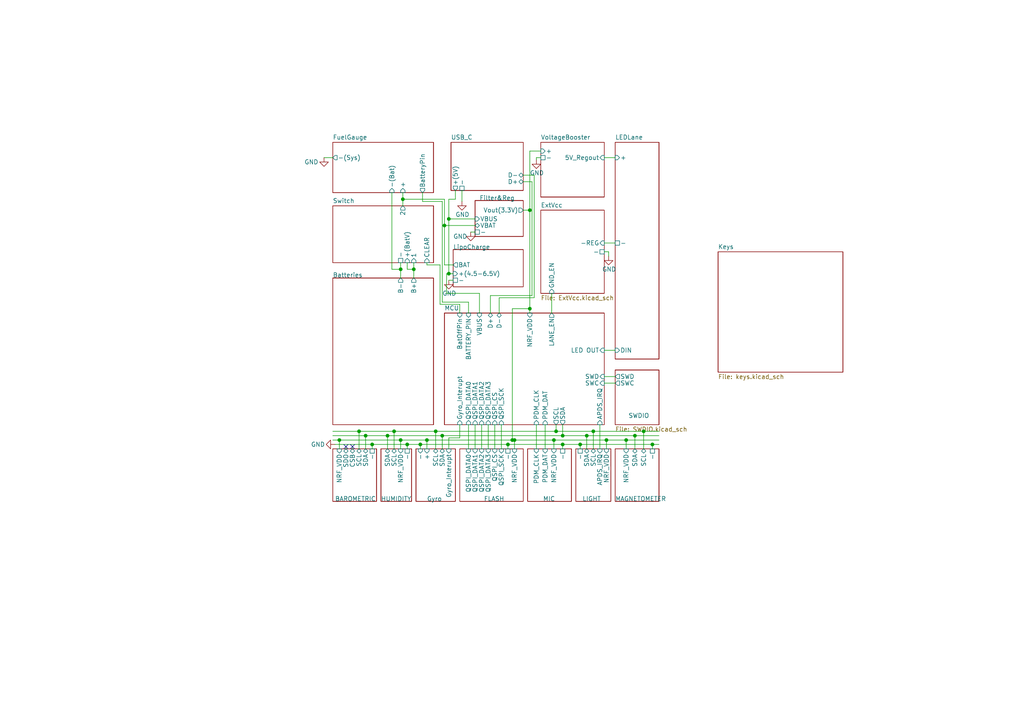
<source format=kicad_sch>
(kicad_sch (version 20230121) (generator eeschema)
  (paper "A4")
  (lib_symbols
    (symbol "power:GND" (power) (pin_names (offset 0))
      (property "Value" "GND" (at 0 -3.81 0))
      (symbol "GND_0_1"
        (polyline (pts (xy 0 0) (xy 0 -1.27) (xy 1.27 -1.27) (xy 0 -2.54) (xy -1.27 -1.27) (xy 0 -1.27)))
      )
      (symbol "GND_1_1"
        (pin power_in line (at 0 0 270) (length 0) hide (name "GND") (number "1"))
      )
    )
  )
  (junction (at 181.61 127.635))
  (junction (at 128.905 65.405))
  (junction (at 175.895 127.635))
  (junction (at 148.59 127.635))
  (junction (at 130.175 79.375))
  (junction (at 149.225 127.635))
  (junction (at 123.825 127.635))
  (junction (at 116.205 127.635))
  (junction (at 153.67 89.535))
  (junction (at 121.92 128.905))
  (junction (at 116.205 78.105))
  (junction (at 153.67 60.96))
  (junction (at 120.015 78.105))
  (junction (at 161.29 125.095))
  (junction (at 126.365 125.095))
  (junction (at 118.11 128.905))
  (junction (at 98.425 127.635))
  (junction (at 186.69 125.095))
  (junction (at 130.175 63.5))
  (junction (at 106.045 126.365))
  (junction (at 163.195 128.905))
  (junction (at 112.395 126.365))
  (junction (at 116.84 57.785))
  (junction (at 104.14 125.095))
  (junction (at 107.95 128.905))
  (junction (at 163.195 126.365))
  (junction (at 114.3 125.095))
  (junction (at 128.27 126.365))
  (junction (at 184.15 126.365))
  (junction (at 147.32 128.905))
  (junction (at 170.18 126.365))
  (junction (at 160.655 127.635))
  (junction (at 189.23 128.905))
  (junction (at 172.085 125.095))
  (junction (at 168.275 128.905))
  (no_connect (at 102.235 129.54))
  (no_connect (at 100.33 129.54))
  (wire (pts (xy 160.655 127.635) (xy 160.655 130.175)))
  (wire (pts (xy 116.205 76.2) (xy 116.205 78.105)))
  (wire (pts (xy 128.905 65.405) (xy 128.905 57.785)))
  (wire (pts (xy 161.29 123.19) (xy 161.29 125.095)))
  (wire (pts (xy 145.415 123.19) (xy 145.415 130.175)))
  (wire (pts (xy 175.26 111.125) (xy 178.435 111.125)))
  (wire (pts (xy 127.635 88.265) (xy 133.35 88.265)))
  (wire (pts (xy 102.235 129.54) (xy 102.235 130.175)))
  (wire (pts (xy 100.33 129.54) (xy 100.33 130.175)))
  (wire (pts (xy 147.32 128.905) (xy 163.195 128.905)))
  (wire (pts (xy 96.52 126.365) (xy 106.045 126.365)))
  (wire (pts (xy 139.7 123.19) (xy 139.7 130.175)))
  (wire (pts (xy 184.15 126.365) (xy 191.135 126.365)))
  (wire (pts (xy 153.67 89.535) (xy 153.67 90.805)))
  (wire (pts (xy 131.445 76.835) (xy 128.905 76.835)))
  (wire (pts (xy 139.065 85.09) (xy 129.54 85.09)))
  (wire (pts (xy 123.825 127.635) (xy 148.59 127.635)))
  (wire (pts (xy 130.175 63.5) (xy 137.795 63.5)))
  (wire (pts (xy 163.195 128.905) (xy 168.275 128.905)))
  (wire (pts (xy 154.305 85.725) (xy 154.305 52.705)))
  (wire (pts (xy 128.27 58.42) (xy 128.27 87.63)))
  (wire (pts (xy 189.23 128.905) (xy 189.23 130.175)))
  (wire (pts (xy 155.575 45.72) (xy 156.845 45.72)))
  (wire (pts (xy 168.275 128.905) (xy 189.23 128.905)))
  (wire (pts (xy 98.425 127.635) (xy 116.205 127.635)))
  (wire (pts (xy 137.795 123.19) (xy 137.795 130.175)))
  (wire (pts (xy 130.175 79.375) (xy 131.445 79.375)))
  (wire (pts (xy 133.35 127) (xy 133.35 123.19)))
  (wire (pts (xy 143.51 123.19) (xy 143.51 130.175)))
  (wire (pts (xy 132.08 57.785) (xy 132.08 55.245)))
  (wire (pts (xy 172.085 125.095) (xy 186.69 125.095)))
  (wire (pts (xy 175.895 127.635) (xy 175.895 130.175)))
  (wire (pts (xy 154.94 86.36) (xy 154.94 50.8)))
  (wire (pts (xy 116.84 55.88) (xy 116.84 57.785)))
  (wire (pts (xy 120.015 76.2) (xy 120.015 78.105)))
  (wire (pts (xy 114.3 125.095) (xy 114.3 130.175)))
  (wire (pts (xy 98.425 127.635) (xy 98.425 130.175)))
  (wire (pts (xy 155.575 123.19) (xy 155.575 130.175)))
  (wire (pts (xy 186.69 125.095) (xy 186.69 130.175)))
  (wire (pts (xy 170.18 126.365) (xy 184.15 126.365)))
  (wire (pts (xy 176.53 73.025) (xy 175.26 73.025)))
  (wire (pts (xy 161.29 125.095) (xy 172.085 125.095)))
  (wire (pts (xy 149.225 127.635) (xy 148.59 127.635)))
  (wire (pts (xy 114.3 125.095) (xy 126.365 125.095)))
  (wire (pts (xy 153.67 60.96) (xy 153.67 89.535)))
  (wire (pts (xy 116.205 127.635) (xy 123.825 127.635)))
  (wire (pts (xy 96.52 125.095) (xy 104.14 125.095)))
  (wire (pts (xy 104.14 125.095) (xy 114.3 125.095)))
  (wire (pts (xy 129.54 85.09) (xy 129.54 79.375)))
  (wire (pts (xy 116.205 78.105) (xy 116.205 80.645)))
  (wire (pts (xy 144.78 86.36) (xy 154.94 86.36)))
  (wire (pts (xy 153.67 43.815) (xy 153.67 60.96)))
  (wire (pts (xy 189.23 128.905) (xy 191.135 128.905)))
  (wire (pts (xy 184.15 126.365) (xy 184.15 130.175)))
  (wire (pts (xy 130.175 130.175) (xy 130.175 127)))
  (wire (pts (xy 96.52 127.635) (xy 98.425 127.635)))
  (wire (pts (xy 175.895 127.635) (xy 181.61 127.635)))
  (wire (pts (xy 112.395 126.365) (xy 128.27 126.365)))
  (wire (pts (xy 128.905 65.405) (xy 137.795 65.405)))
  (wire (pts (xy 139.065 90.805) (xy 139.065 85.09)))
  (wire (pts (xy 151.765 60.96) (xy 153.67 60.96)))
  (wire (pts (xy 121.92 128.905) (xy 121.92 130.175)))
  (wire (pts (xy 122.555 55.88) (xy 122.555 58.42)))
  (wire (pts (xy 130.175 63.5) (xy 130.175 79.375)))
  (wire (pts (xy 129.54 79.375) (xy 130.175 79.375)))
  (wire (pts (xy 118.11 76.2) (xy 118.11 78.105)))
  (wire (pts (xy 126.365 125.095) (xy 161.29 125.095)))
  (wire (pts (xy 142.24 90.805) (xy 142.24 85.725)))
  (wire (pts (xy 104.14 125.095) (xy 104.14 130.175)))
  (wire (pts (xy 173.99 123.19) (xy 173.99 130.175)))
  (wire (pts (xy 156.845 43.815) (xy 153.67 43.815)))
  (wire (pts (xy 123.825 76.835) (xy 127.635 76.835)))
  (wire (pts (xy 175.26 45.72) (xy 178.435 45.72)))
  (wire (pts (xy 97.155 128.905) (xy 107.95 128.905)))
  (wire (pts (xy 155.575 46.355) (xy 155.575 45.72)))
  (wire (pts (xy 175.26 101.6) (xy 178.435 101.6)))
  (wire (pts (xy 160.655 127.635) (xy 175.895 127.635)))
  (wire (pts (xy 149.225 127.635) (xy 160.655 127.635)))
  (wire (pts (xy 113.665 78.105) (xy 116.205 78.105)))
  (wire (pts (xy 130.175 81.28) (xy 131.445 81.28)))
  (wire (pts (xy 118.11 78.105) (xy 120.015 78.105)))
  (wire (pts (xy 123.825 76.2) (xy 123.825 76.835)))
  (wire (pts (xy 128.27 87.63) (xy 135.89 87.63)))
  (wire (pts (xy 130.175 57.785) (xy 130.175 63.5)))
  (wire (pts (xy 128.27 126.365) (xy 128.27 130.175)))
  (wire (pts (xy 163.195 128.905) (xy 163.195 130.175)))
  (wire (pts (xy 123.825 127.635) (xy 123.825 130.175)))
  (wire (pts (xy 106.045 126.365) (xy 112.395 126.365)))
  (wire (pts (xy 130.175 127) (xy 133.35 127)))
  (wire (pts (xy 186.69 125.095) (xy 191.135 125.095)))
  (wire (pts (xy 153.67 89.535) (xy 148.59 89.535)))
  (wire (pts (xy 106.045 126.365) (xy 106.045 130.175)))
  (wire (pts (xy 141.605 123.19) (xy 141.605 130.175)))
  (wire (pts (xy 116.84 57.785) (xy 116.84 59.69)))
  (wire (pts (xy 116.205 127.635) (xy 116.205 130.175)))
  (wire (pts (xy 130.175 57.785) (xy 132.08 57.785)))
  (wire (pts (xy 135.89 123.19) (xy 135.89 130.175)))
  (wire (pts (xy 147.32 128.905) (xy 147.32 130.175)))
  (wire (pts (xy 181.61 127.635) (xy 181.61 130.175)))
  (wire (pts (xy 112.395 126.365) (xy 112.395 130.175)))
  (wire (pts (xy 172.085 125.095) (xy 172.085 130.175)))
  (wire (pts (xy 136.525 67.31) (xy 137.795 67.31)))
  (wire (pts (xy 118.11 128.905) (xy 121.92 128.905)))
  (wire (pts (xy 176.53 74.295) (xy 176.53 73.025)))
  (wire (pts (xy 122.555 58.42) (xy 128.27 58.42)))
  (wire (pts (xy 175.26 109.22) (xy 178.435 109.22)))
  (wire (pts (xy 175.26 70.485) (xy 178.435 70.485)))
  (wire (pts (xy 135.89 87.63) (xy 135.89 90.805)))
  (wire (pts (xy 107.95 128.905) (xy 107.95 130.175)))
  (wire (pts (xy 144.78 90.805) (xy 144.78 86.36)))
  (wire (pts (xy 126.365 125.095) (xy 126.365 130.175)))
  (wire (pts (xy 148.59 89.535) (xy 148.59 127.635)))
  (wire (pts (xy 154.94 50.8) (xy 151.765 50.8)))
  (wire (pts (xy 160.02 85.09) (xy 160.02 90.805)))
  (wire (pts (xy 113.665 55.88) (xy 113.665 78.105)))
  (wire (pts (xy 181.61 127.635) (xy 191.135 127.635)))
  (wire (pts (xy 163.195 126.365) (xy 170.18 126.365)))
  (wire (pts (xy 168.275 128.905) (xy 168.275 130.175)))
  (wire (pts (xy 128.27 126.365) (xy 163.195 126.365)))
  (wire (pts (xy 163.195 123.19) (xy 163.195 126.365)))
  (wire (pts (xy 149.225 127.635) (xy 149.225 130.175)))
  (wire (pts (xy 118.11 128.905) (xy 118.11 130.175)))
  (wire (pts (xy 133.35 88.265) (xy 133.35 90.805)))
  (wire (pts (xy 107.95 128.905) (xy 118.11 128.905)))
  (wire (pts (xy 142.24 85.725) (xy 154.305 85.725)))
  (wire (pts (xy 170.18 126.365) (xy 170.18 130.175)))
  (wire (pts (xy 93.98 45.72) (xy 96.52 45.72)))
  (wire (pts (xy 120.015 78.105) (xy 120.015 80.645)))
  (wire (pts (xy 133.985 58.42) (xy 133.985 55.245)))
  (wire (pts (xy 158.115 123.19) (xy 158.115 130.175)))
  (wire (pts (xy 128.905 57.785) (xy 116.84 57.785)))
  (wire (pts (xy 154.305 52.705) (xy 151.765 52.705)))
  (wire (pts (xy 128.905 76.835) (xy 128.905 65.405)))
  (wire (pts (xy 121.92 128.905) (xy 147.32 128.905)))
  (wire (pts (xy 127.635 76.835) (xy 127.635 88.265)))
  (symbol (lib_id "power:GND") (at 97.155 128.905 270) (unit 1)
    (property "Reference" "#PWR02" (effects hide))
    (property "Value" "GND" (at 90.17 128.905 90) (effects (justify left)))
  )
  (symbol (lib_id "power:GND") (at 93.98 45.72 0) (unit 1)
    (property "Reference" "#PWR01" (effects hide))
    (property "Value" "GND" (at 88.265 46.99 0) (effects (justify left)))
  )
  (symbol (lib_id "power:GND") (at 136.525 67.31 0) (unit 1)
    (property "Reference" "#PWR05" (effects hide))
    (property "Value" "GND" (at 131.445 68.58 0) (effects (justify left)))
  )
  (symbol (lib_id "power:GND") (at 176.53 74.295 0) (unit 1)
    (property "Reference" "#PWR07" (effects hide))
    (property "Value" "GND" (at 174.625 78.105 0) (effects (justify left)))
  )
  (symbol (lib_id "power:GND") (at 130.175 81.28 0) (unit 1)
    (property "Reference" "#PWR03" (effects hide))
    (property "Value" "GND" (at 128.27 85.09 0) (effects (justify left)))
  )
  (symbol (lib_id "power:GND") (at 133.985 58.42 0) (unit 1)
    (property "Reference" "#PWR04" (effects hide))
    (property "Value" "GND" (at 132.08 62.23 0) (effects (justify left)))
  )
  (symbol (lib_id "power:GND") (at 155.575 46.355 0) (unit 1)
    (property "Reference" "#PWR06" (effects hide))
    (property "Value" "GND" (at 153.67 50.165 0) (effects (justify left)))
  )
  (sheet (at 208.28 73.025) (size 36.195 34.925) (stroke (width 0.1524))
    (property "Sheetname" "Keys" (at 208.28 72.3134 0) (effects (justify left bottom)))
    (property "Sheetfile" "keys.kicad_sch" (at 208.28 108.5346 0) (effects (justify left top)))
  )
  (sheet (at 96.52 59.69) (size 29.21 16.51) (stroke (width 0.1524))
    (property "Sheetname" "Switch" (at 96.52 58.9784 0) (effects (justify left bottom)))
    (property "Sheetfile" "Switch.kicad_sch" (effects hide))
    (pin "-" passive (at 116.205 76.2 270))
    (pin "+(BatV)" input (at 118.11 76.2 270))
    (pin "CLEAR" input (at 123.825 76.2 270))
    (pin "2" output (at 116.84 59.69 90))
    (pin "1" input (at 120.015 76.2 270))
  )
  (sheet (at 156.845 41.275) (size 18.415 15.875) (stroke (width 0.1524))
    (property "Sheetname" "VoltageBooster" (at 156.845 40.5634 0) (effects (justify left bottom)))
    (property "Sheetfile" "VoltageBooster.kicad_sch" (effects hide))
    (pin "5V­_Regout" input (at 175.26 45.72 0))
    (pin "+" input (at 156.845 43.815 180))
    (pin "-" passive (at 156.845 45.72 180))
  )
  (sheet (at 120.65 130.175) (size 11.43 15.24) (stroke (width 0.1524))
    (property "Sheetname" "Gyro" (at 123.825 145.415 0) (effects (justify left bottom)))
    (property "Sheetfile" "Gyro.kicad_sch" (effects hide))
    (pin "SDA" bidirectional (at 128.27 130.175 90))
    (pin "+" input (at 123.825 130.175 90))
    (pin "SCL" bidirectional (at 126.365 130.175 90))
    (pin "-" input (at 121.92 130.175 90))
    (pin "Gyro_Interupt" input (at 130.175 130.175 90))
  )
  (sheet (at 133.35 130.175) (size 18.415 15.24) (stroke (width 0.1524))
    (property "Sheetname" "FLASH" (at 140.335 145.415 0) (effects (justify left bottom)))
    (property "Sheetfile" "FLASH.kicad_sch" (effects hide))
    (pin "QSPI_DATA3" input (at 141.605 130.175 90))
    (pin "QSPI_DATA2" input (at 139.7 130.175 90))
    (pin "QSPI_CS" input (at 143.51 130.175 90))
    (pin "QSPI_SCK" input (at 145.415 130.175 90))
    (pin "QSPI_DATA1" input (at 137.795 130.175 90))
    (pin "QSPI_DATA0" input (at 135.89 130.175 90))
    (pin "NRF_VDD" input (at 149.225 130.175 90))
    (pin "-" passive (at 147.32 130.175 90))
  )
  (sheet (at 178.435 130.175) (size 12.7 15.24) (stroke (width 0.1524))
    (property "Sheetname" "MAGNETOMETER" (at 178.435 145.415 0) (effects (justify left bottom)))
    (property "Sheetfile" "MAGNETOMETER.kicad_sch" (effects hide))
    (pin "SCL" bidirectional (at 186.69 130.175 90))
    (pin "SDA" bidirectional (at 184.15 130.175 90))
    (pin "NRF_VDD" input (at 181.61 130.175 90))
    (pin "-" passive (at 189.23 130.175 90))
  )
  (sheet (at 156.845 60.96) (size 18.415 24.13) (stroke (width 0.1524))
    (property "Sheetname" "ExtVcc" (at 156.845 60.2484 0) (effects (justify left bottom)))
    (property "Sheetfile" "ExtVcc.kicad_sch" (at 156.845 85.6746 0) (effects (justify left top)))
    (pin "-" passive (at 175.26 73.025 0))
    (pin "-REG" input (at 175.26 70.485 0))
    (pin "GND_EN" input (at 160.02 85.09 270))
  )
  (sheet (at 96.52 130.175) (size 12.7 15.24) (stroke (width 0.1524))
    (property "Sheetname" "BAROMETRIC" (at 97.155 145.415 0) (effects (justify left bottom)))
    (property "Sheetfile" "BAROMETRIC.kicad_sch" (effects hide))
    (pin "NRF_VDD" input (at 98.425 130.175 90))
    (pin "SDO" bidirectional (at 100.33 130.175 90))
    (pin "SCL" bidirectional (at 104.14 130.175 90))
    (pin "SDA" bidirectional (at 106.045 130.175 90))
    (pin "CSB" bidirectional (at 102.235 130.175 90))
    (pin "-" passive (at 107.95 130.175 90))
  )
  (sheet (at 96.52 80.645) (size 29.21 42.545) (stroke (width 0.1524))
    (property "Sheetname" "Batteries" (at 96.52 80.518 0) (effects (justify left bottom)))
    (property "Sheetfile" "Batteries.kicad_sch" (effects hide))
    (pin "B+" output (at 120.015 80.645 90))
    (pin "B-" output (at 116.205 80.645 90))
  )
  (sheet (at 128.905 90.805) (size 46.355 32.385) (stroke (width 0.1524))
    (property "Sheetname" "MCU" (at 128.905 90.0934 0) (effects (justify left bottom)))
    (property "Sheetfile" "MCU.kicad_sch" (effects hide))
    (pin "NRF_VDD" input (at 153.67 90.805 90))
    (pin "VBUS" input (at 139.065 90.805 90))
    (pin "SWD" input (at 175.26 109.22 0))
    (pin "SWC" input (at 175.26 111.125 0))
    (pin "BATTERY_PIN" input (at 135.89 90.805 90))
    (pin "D+" bidirectional (at 142.24 90.805 90))
    (pin "D-" bidirectional (at 144.78 90.805 90))
    (pin "BatOffPin" input (at 133.35 90.805 90))
    (pin "LED OUT" input (at 175.26 101.6 0))
    (pin "SCL" output (at 161.29 123.19 270))
    (pin "SDA" output (at 163.195 123.19 270))
    (pin "APDS_IRQ" input (at 173.99 123.19 270))
    (pin "Gyro_Interupt" input (at 133.35 123.19 270))
    (pin "QSPI_DATA0" input (at 135.89 123.19 270))
    (pin "QSPI_DATA3" input (at 141.605 123.19 270))
    (pin "QSPI_CS" input (at 143.51 123.19 270))
    (pin "QSPI_DATA1" input (at 137.795 123.19 270))
    (pin "QSPI_DATA2" input (at 139.7 123.19 270))
    (pin "QSPI_SCK" input (at 145.415 123.19 270))
    (pin "PDM_DAT" input (at 158.115 123.19 270))
    (pin "PDM_CLK" input (at 155.575 123.19 270))
    (pin "LANE_EN" output (at 160.02 90.805 90))
  )
  (sheet (at 131.445 72.39) (size 20.32 10.795) (stroke (width 0.1524))
    (property "Sheetname" "LipoCharge" (at 131.445 72.39 0) (effects (justify left bottom)))
    (property "Sheetfile" "LipoCharge.kicad_sch" (effects hide))
    (pin "BAT" output (at 131.445 76.835 180))
    (pin "+(4.5-6.5V)" input (at 131.445 79.375 180))
    (pin "-" passive (at 131.445 81.28 180))
  )
  (sheet (at 130.81 41.275) (size 20.955 13.97) (stroke (width 0.1524))
    (property "Sheetname" "USB_C" (at 130.81 40.5634 0) (effects (justify left bottom)))
    (property "Sheetfile" "USBC.kicad_sch" (effects hide))
    (pin "-" passive (at 133.985 55.245 270))
    (pin "+(5V)" output (at 132.08 55.245 270))
    (pin "D-" bidirectional (at 151.765 50.8 0))
    (pin "D+" bidirectional (at 151.765 52.705 0))
  )
  (sheet (at 137.795 58.166) (size 13.97 10.414) (stroke (width 0.1524))
    (property "Sheetname" "Filter&Reg" (at 139.065 58.166 0) (effects (justify left bottom)))
    (property "Sheetfile" "Filter.kicad_sch" (effects hide))
    (pin "-" passive (at 137.795 67.31 180))
    (pin "Vout(3.3V)" output (at 151.765 60.96 0))
    (pin "VBAT" bidirectional (at 137.795 65.405 180))
    (pin "VBUS" input (at 137.795 63.5 180))
  )
  (sheet (at 167.005 130.175) (size 10.16 15.24) (stroke (width 0.1524))
    (property "Sheetname" "LIGHT" (at 168.91 145.415 0) (effects (justify left bottom)))
    (property "Sheetfile" "LIGHT.kicad_sch" (effects hide))
    (pin "NRF_VDD" input (at 175.895 130.175 90))
    (pin "APDS_IRQ" input (at 173.99 130.175 90))
    (pin "SCL" bidirectional (at 172.085 130.175 90))
    (pin "SDA" bidirectional (at 170.18 130.175 90))
    (pin "-" passive (at 168.275 130.175 90))
  )
  (sheet (at 153.035 130.175) (size 12.7 15.24) (stroke (width 0.1524))
    (property "Sheetname" "MIC" (at 157.48 145.415 0) (effects (justify left bottom)))
    (property "Sheetfile" "MIC.kicad_sch" (effects hide))
    (pin "NRF_VDD" input (at 160.655 130.175 90))
    (pin "PDM_DAT" input (at 158.115 130.175 90))
    (pin "PDM_CLK" input (at 155.575 130.175 90))
    (pin "-" passive (at 163.195 130.175 90))
  )
  (sheet (at 96.52 41.275) (size 29.21 14.605) (stroke (width 0.1524))
    (property "Sheetname" "FuelGauge" (at 96.52 40.5634 0) (effects (justify left bottom)))
    (property "Sheetfile" "FuelGauge.kicad_sch" (effects hide))
    (pin "-(Sys)" output (at 96.52 45.72 180))
    (pin "+" input (at 116.84 55.88 270))
    (pin "-(Bat)" input (at 113.665 55.88 270))
    (pin "BatteryPin" output (at 122.555 55.88 270))
  )
  (sheet (at 110.49 130.175) (size 8.89 15.24) (stroke (width 0.1524))
    (property "Sheetname" "HUMIDITY" (at 110.49 145.415 0) (effects (justify left bottom)))
    (property "Sheetfile" "HUMIDITY.kicad_sch" (effects hide))
    (pin "SDA" bidirectional (at 112.395 130.175 90))
    (pin "SCL" bidirectional (at 114.3 130.175 90))
    (pin "NRF_VDD" input (at 116.205 130.175 90))
    (pin "-" passive (at 118.11 130.175 90))
  )
  (sheet (at 178.435 41.275) (size 12.7 62.865) (stroke (width 0.1524))
    (property "Sheetname" "LEDLane" (at 178.435 40.5634 0) (effects (justify left bottom)))
    (property "Sheetfile" "LedLane.kicad_sch" (effects hide))
    (pin "DIN" input (at 178.435 101.6 180))
    (pin "+" input (at 178.435 45.72 180))
    (pin "-" passive (at 178.435 70.485 180))
  )
  (sheet (at 178.435 107.315) (size 12.7 15.875) (stroke (width 0.1524))
    (property "Sheetname" "SWDIO" (at 182.245 121.285 0) (effects (justify left bottom)))
    (property "Sheetfile" "SWDIO.kicad_sch" (at 178.435 123.7746 0) (effects (justify left top)))
    (pin "SWD" output (at 178.435 109.22 180))
    (pin "SWC" output (at 178.435 111.125 180))
  )
)
</source>
